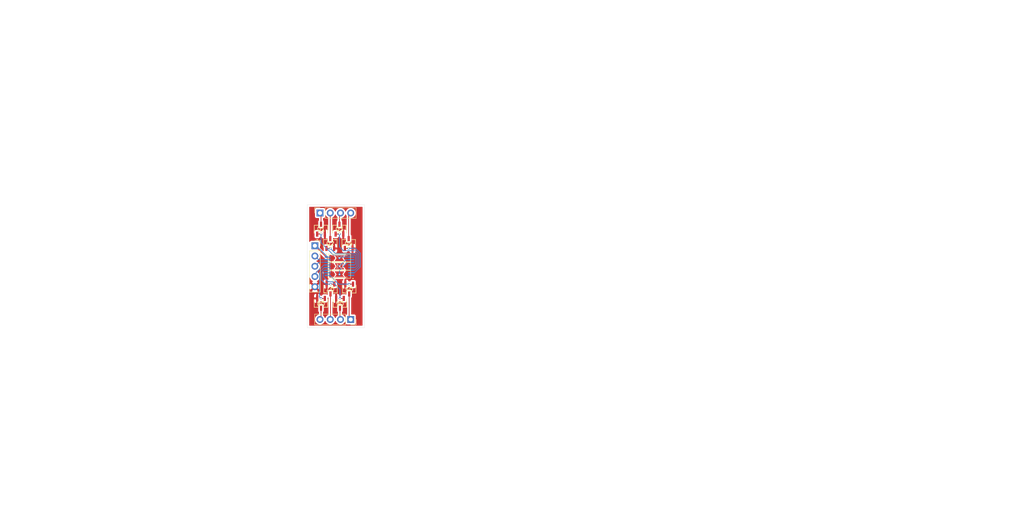
<source format=kicad_pcb>
(kicad_pcb (version 20241229) (generator "pcbnew") (generator_version "9.0")
  (layers (0 "F.Cu" signal) (2 "B.Cu" signal) (13 "F.Paste" user) (15 "B.Paste" user) (5 "F.SilkS" user "F.Silkscreen") (7 "B.SilkS" user "B.Silkscreen") (1 "F.Mask" user) (3 "B.Mask" user) (25 "Edge.Cuts" user))
  (net 0 "")
  (net 1 "/I2C_SCL")
  (net 2 "/I2C_SDA")
  (net 3 "GND")
  (net 4 "/INT")
  (net 5 "VCC")
  (net 6 "Net-(J3-Pin_2)")
  (net 7 "Net-(JP1-C)")
  (net 8 "Net-(JP2-C)")
  (net 9 "Net-(JP3-C)")
  (net 10 "Net-(J3-Pin_3)")
  (net 11 "Net-(J3-Pin_1)")
  (net 12 "Net-(J3-Pin_4)")
  (net 13 "Net-(J4-Pin_1)")
  (net 14 "Net-(J4-Pin_4)")
  (net 15 "Net-(J4-Pin_2)")
  (net 16 "Net-(J4-Pin_3)")
  (net 17 "Net-(Q1-G)")
  (net 18 "Net-(Q2-G)")
  (net 19 "Net-(Q3-G)")
  (net 20 "Net-(Q4-G)")
  (net 21 "Net-(Q5-G)")
  (net 22 "Net-(Q6-G)")
  (net 23 "Net-(Q7-G)")
  (net 24 "Net-(Q8-G)")
  (footprint "Connector_PinSocket_2.54mm:PinSocket_1x04_P2.54mm_Vertical" (layer "F.Cu") (at 112.395 104.648 -90)
    (property "Reference" "J4" (hide yes))
    (property "Value" "Conn_01x04" (hide yes))
    (fp_line (start -1.33 8.95) (end 1.33 8.95) (stroke (width 0.12)) (layer "F.SilkS"))
    (fp_line (start -1.33 1.27) (end -1.33 8.95) (stroke (width 0.12)) (layer "F.SilkS"))
    (fp_line (start -1.33 1.27) (end 1.33 1.27) (stroke (width 0.12)) (layer "F.SilkS"))
    (fp_line (start 1.33 1.27) (end 1.33 8.95) (stroke (width 0.12)) (layer "F.SilkS"))
    (fp_line (start 0 -1.33) (end 1.33 -1.33) (stroke (width 0.12)) (layer "F.SilkS"))
    (fp_line (start 1.33 -1.33) (end 1.33 0) (stroke (width 0.12)) (layer "F.SilkS"))
    (pad "1" thru_hole rect (at 0 0 270) (size 1.7 1.7) (drill 1) (layers "*.Cu" "*.Mask") (net 13 "Net-(J4-Pin_1)"))
    (pad "2" thru_hole circle (at 0 2.54 270) (size 1.7 1.7) (drill 1) (layers "*.Cu" "*.Mask") (net 15 "Net-(J4-Pin_2)"))
    (pad "3" thru_hole circle (at 0 5.08 270) (size 1.7 1.7) (drill 1) (layers "*.Cu" "*.Mask") (net 16 "Net-(J4-Pin_3)"))
    (pad "4" thru_hole circle (at 0 7.62 270) (size 1.7 1.7) (drill 1) (layers "*.Cu" "*.Mask") (net 14 "Net-(J4-Pin_4)"))
  )
  (footprint "Jumper:SolderJumper-3_P2.0mm_Open_TrianglePad1.0x1.5mm" (layer "F.Cu") (at 109.601 93.472)
    (property "Reference" "A2" (hide yes))
    (property "Value" "SolderJumper_3_Open" (hide yes))
    (fp_line (start -2.75 -1) (end 2.75 -1) (stroke (width 0.12)) (layer "F.SilkS"))
    (fp_line (start -2.75 0.95) (end -2.75 -1) (stroke (width 0.12)) (layer "F.SilkS"))
    (fp_line (start -1.7 1.5) (end -1.1 1.5) (stroke (width 0.12)) (layer "F.SilkS"))
    (fp_line (start -1.4 1.2) (end -1.7 1.5) (stroke (width 0.12)) (layer "F.SilkS"))
    (fp_line (start -1.1 1.5) (end -1.4 1.2) (stroke (width 0.12)) (layer "F.SilkS"))
    (fp_line (start 2.75 -1) (end 2.75 0.95) (stroke (width 0.12)) (layer "F.SilkS"))
    (fp_line (start 2.75 0.95) (end -2.75 0.95) (stroke (width 0.12)) (layer "F.SilkS"))
    (pad "1" smd custom (at -2 0) (size 0.3 0.3) (layers "F.Cu" "F.Mask") (net 5 "VCC") (options (clearance outline) (anchor rect)) (primitives (gr_poly (pts (xy 1 0) (xy 0.5 0.75) (xy -0.5 0.75) (xy -0.5 -0.75) (xy 0.5 -0.75)) (width 0) (fill yes))))
    (pad "2" smd custom (at 0 0) (size 0.3 0.3) (layers "F.Cu") (net 9 "Net-(JP3-C)") (options (clearance outline) (anchor rect)) (primitives (gr_poly (pts (xy 0.7 0) (xy 1.2 0.75) (xy -1.2 0.75) (xy -0.7 0) (xy -1.2 -0.75) (xy 1.2 -0.75)) (width 0) (fill yes))))
    (pad "3" smd custom (at 2 0 180) (size 0.3 0.3) (layers "F.Cu" "F.Mask") (net 3 "GND") (options (clearance outline) (anchor rect)) (primitives (gr_poly (pts (xy 1 0) (xy 0.5 0.75) (xy -0.5 0.75) (xy -0.5 -0.75) (xy 0.5 -0.75)) (width 0) (fill yes))))
  )
  (footprint "Connector_PinSocket_2.54mm:PinSocket_1x04_P2.54mm_Vertical" (layer "F.Cu") (at 104.775 78.232 90)
    (property "Reference" "J3" (hide yes))
    (property "Value" "Conn_01x04" (hide yes))
    (fp_line (start 1.33 -1.33) (end 1.33 0) (stroke (width 0.12)) (layer "F.SilkS"))
    (fp_line (start 0 -1.33) (end 1.33 -1.33) (stroke (width 0.12)) (layer "F.SilkS"))
    (fp_line (start 1.33 1.27) (end 1.33 8.95) (stroke (width 0.12)) (layer "F.SilkS"))
    (fp_line (start -1.33 1.27) (end 1.33 1.27) (stroke (width 0.12)) (layer "F.SilkS"))
    (fp_line (start -1.33 1.27) (end -1.33 8.95) (stroke (width 0.12)) (layer "F.SilkS"))
    (fp_line (start -1.33 8.95) (end 1.33 8.95) (stroke (width 0.12)) (layer "F.SilkS"))
    (pad "1" thru_hole rect (at 0 0 90) (size 1.7 1.7) (drill 1) (layers "*.Cu" "*.Mask") (net 11 "Net-(J3-Pin_1)"))
    (pad "2" thru_hole circle (at 0 2.54 90) (size 1.7 1.7) (drill 1) (layers "*.Cu" "*.Mask") (net 6 "Net-(J3-Pin_2)"))
    (pad "3" thru_hole circle (at 0 5.08 90) (size 1.7 1.7) (drill 1) (layers "*.Cu" "*.Mask") (net 10 "Net-(J3-Pin_3)"))
    (pad "4" thru_hole circle (at 0 7.62 90) (size 1.7 1.7) (drill 1) (layers "*.Cu" "*.Mask") (net 12 "Net-(J3-Pin_4)"))
  )
  (footprint "footprints:SC59_DIO" (layer "F.Cu") (at 109.601 82.2452)
    (property "Reference" "Q3" (at 0 0 0) (layer "F.SilkS"))
    (property "Value" "NMOS" (hide yes))
    (fp_line (start -1.6764 -0.9779) (end -1.6764 0.9779) (stroke (width 0.1524)) (layer "F.SilkS"))
    (fp_line (start -0.61214 -0.9779) (end -1.6764 -0.9779) (stroke (width 0.1524)) (layer "F.SilkS"))
    (fp_line (start -0.337861 0.9779) (end 0.337861 0.9779) (stroke (width 0.1524)) (layer "F.SilkS"))
    (fp_line (start 1.6764 -0.9779) (end 0.61214 -0.9779) (stroke (width 0.1524)) (layer "F.SilkS"))
    (fp_line (start 1.6764 0.9779) (end 1.6764 -0.9779) (stroke (width 0.1524)) (layer "F.SilkS"))
    (fp_circle (center -0.95 2.6162) (end -0.8738 2.6162) (stroke (width 0.1524)) (fill no) (layer "F.SilkS"))
    (pad "1" smd rect (at 0 -1.2192) (size 0.5588 1.27) (layers "F.Cu" "F.Mask" "F.Paste") (net 10 "Net-(J3-Pin_3)"))
    (pad "2" smd rect (at -0.950001 1.2192) (size 0.5588 1.27) (layers "F.Cu" "F.Mask" "F.Paste") (net 19 "Net-(Q3-G)"))
    (pad "3" smd rect (at 0.950001 1.2192) (size 0.5588 1.27) (layers "F.Cu" "F.Mask" "F.Paste") (net 3 "GND"))
  )
  (footprint "footprints:SC59_DIO" (layer "F.Cu") (at 111.8936 85.8012)
    (property "Reference" "Q4" (at 0 0 0) (layer "F.SilkS"))
    (property "Value" "NMOS" (hide yes))
    (fp_line (start -1.6764 -0.9779) (end -1.6764 0.9779) (stroke (width 0.1524)) (layer "F.SilkS"))
    (fp_line (start -0.61214 -0.9779) (end -1.6764 -0.9779) (stroke (width 0.1524)) (layer "F.SilkS"))
    (fp_line (start -0.337861 0.9779) (end 0.337861 0.9779) (stroke (width 0.1524)) (layer "F.SilkS"))
    (fp_line (start 1.6764 -0.9779) (end 0.61214 -0.9779) (stroke (width 0.1524)) (layer "F.SilkS"))
    (fp_line (start 1.6764 0.9779) (end 1.6764 -0.9779) (stroke (width 0.1524)) (layer "F.SilkS"))
    (fp_circle (center -0.95 2.6162) (end -0.8738 2.6162) (stroke (width 0.1524)) (fill no) (layer "F.SilkS"))
    (pad "1" smd rect (at 0 -1.2192) (size 0.5588 1.27) (layers "F.Cu" "F.Mask" "F.Paste") (net 12 "Net-(J3-Pin_4)"))
    (pad "2" smd rect (at -0.950001 1.2192) (size 0.5588 1.27) (layers "F.Cu" "F.Mask" "F.Paste") (net 20 "Net-(Q4-G)"))
    (pad "3" smd rect (at 0.950001 1.2192) (size 0.5588 1.27) (layers "F.Cu" "F.Mask" "F.Paste") (net 3 "GND"))
  )
  (footprint "footprints:SC59_DIO" (layer "F.Cu") (at 105.029 100.6348 180)
    (property "Reference" "Q8" (at 0 0 180) (layer "F.SilkS"))
    (property "Value" "NMOS" (hide yes))
    (fp_line (start 1.6764 0.9779) (end 1.6764 -0.9779) (stroke (width 0.1524)) (layer "F.SilkS"))
    (fp_line (start 1.6764 -0.9779) (end 0.61214 -0.9779) (stroke (width 0.1524)) (layer "F.SilkS"))
    (fp_line (start -0.337861 0.9779) (end 0.337861 0.9779) (stroke (width 0.1524)) (layer "F.SilkS"))
    (fp_line (start -0.61214 -0.9779) (end -1.6764 -0.9779) (stroke (width 0.1524)) (layer "F.SilkS"))
    (fp_line (start -1.6764 -0.9779) (end -1.6764 0.9779) (stroke (width 0.1524)) (layer "F.SilkS"))
    (fp_circle (center -0.95 2.6162) (end -0.8738 2.6162) (stroke (width 0.1524)) (fill no) (layer "F.SilkS"))
    (pad "1" smd rect (at 0 -1.2192 180) (size 0.5588 1.27) (layers "F.Cu" "F.Mask" "F.Paste") (net 14 "Net-(J4-Pin_4)"))
    (pad "2" smd rect (at -0.950001 1.2192 180) (size 0.5588 1.27) (layers "F.Cu" "F.Mask" "F.Paste") (net 24 "Net-(Q8-G)"))
    (pad "3" smd rect (at 0.950001 1.2192 180) (size 0.5588 1.27) (layers "F.Cu" "F.Mask" "F.Paste") (net 3 "GND"))
  )
  (footprint "footprints:SC59_DIO" (layer "F.Cu") (at 105.029 82.2452)
    (property "Reference" "Q1" (at 0 0 0) (layer "F.SilkS"))
    (property "Value" "NMOS" (hide yes))
    (fp_line (start -1.6764 -0.9779) (end -1.6764 0.9779) (stroke (width 0.1524)) (layer "F.SilkS"))
    (fp_line (start -0.61214 -0.9779) (end -1.6764 -0.9779) (stroke (width 0.1524)) (layer "F.SilkS"))
    (fp_line (start -0.337861 0.9779) (end 0.337861 0.9779) (stroke (width 0.1524)) (layer "F.SilkS"))
    (fp_line (start 1.6764 -0.9779) (end 0.61214 -0.9779) (stroke (width 0.1524)) (layer "F.SilkS"))
    (fp_line (start 1.6764 0.9779) (end 1.6764 -0.9779) (stroke (width 0.1524)) (layer "F.SilkS"))
    (fp_circle (center -0.95 2.6162) (end -0.8738 2.6162) (stroke (width 0.1524)) (fill no) (layer "F.SilkS"))
    (pad "1" smd rect (at 0 -1.2192) (size 0.5588 1.27) (layers "F.Cu" "F.Mask" "F.Paste") (net 11 "Net-(J3-Pin_1)"))
    (pad "2" smd rect (at -0.950001 1.2192) (size 0.5588 1.27) (layers "F.Cu" "F.Mask" "F.Paste") (net 17 "Net-(Q1-G)"))
    (pad "3" smd rect (at 0.950001 1.2192) (size 0.5588 1.27) (layers "F.Cu" "F.Mask" "F.Paste") (net 3 "GND"))
  )
  (footprint "footprints:SC59_DIO" (layer "F.Cu") (at 107.3752 97.0788 180)
    (property "Reference" "Q7" (at 0 0 180) (layer "F.SilkS"))
    (property "Value" "NMOS" (hide yes))
    (fp_line (start 1.6764 0.9779) (end 1.6764 -0.9779) (stroke (width 0.1524)) (layer "F.SilkS"))
    (fp_line (start 1.6764 -0.9779) (end 0.61214 -0.9779) (stroke (width 0.1524)) (layer "F.SilkS"))
    (fp_line (start -0.337861 0.9779) (end 0.337861 0.9779) (stroke (width 0.1524)) (layer "F.SilkS"))
    (fp_line (start -0.61214 -0.9779) (end -1.6764 -0.9779) (stroke (width 0.1524)) (layer "F.SilkS"))
    (fp_line (start -1.6764 -0.9779) (end -1.6764 0.9779) (stroke (width 0.1524)) (layer "F.SilkS"))
    (fp_circle (center -0.95 2.6162) (end -0.8738 2.6162) (stroke (width 0.1524)) (fill no) (layer "F.SilkS"))
    (pad "1" smd rect (at 0 -1.2192 180) (size 0.5588 1.27) (layers "F.Cu" "F.Mask" "F.Paste") (net 16 "Net-(J4-Pin_3)"))
    (pad "2" smd rect (at -0.950001 1.2192 180) (size 0.5588 1.27) (layers "F.Cu" "F.Mask" "F.Paste") (net 23 "Net-(Q7-G)"))
    (pad "3" smd rect (at 0.950001 1.2192 180) (size 0.5588 1.27) (layers "F.Cu" "F.Mask" "F.Paste") (net 3 "GND"))
  )
  (footprint "footprints:SC59_DIO" (layer "F.Cu") (at 109.728 100.6348 180)
    (property "Reference" "Q6" (at 0 0 180) (layer "F.SilkS"))
    (property "Value" "NMOS" (hide yes))
    (fp_line (start 1.6764 0.9779) (end 1.6764 -0.9779) (stroke (width 0.1524)) (layer "F.SilkS"))
    (fp_line (start 1.6764 -0.9779) (end 0.61214 -0.9779) (stroke (width 0.1524)) (layer "F.SilkS"))
    (fp_line (start -0.337861 0.9779) (end 0.337861 0.9779) (stroke (width 0.1524)) (layer "F.SilkS"))
    (fp_line (start -0.61214 -0.9779) (end -1.6764 -0.9779) (stroke (width 0.1524)) (layer "F.SilkS"))
    (fp_line (start -1.6764 -0.9779) (end -1.6764 0.9779) (stroke (width 0.1524)) (layer "F.SilkS"))
    (fp_circle (center -0.95 2.6162) (end -0.8738 2.6162) (stroke (width 0.1524)) (fill no) (layer "F.SilkS"))
    (pad "1" smd rect (at 0 -1.2192 180) (size 0.5588 1.27) (layers "F.Cu" "F.Mask" "F.Paste") (net 15 "Net-(J4-Pin_2)"))
    (pad "2" smd rect (at -0.950001 1.2192 180) (size 0.5588 1.27) (layers "F.Cu" "F.Mask" "F.Paste") (net 22 "Net-(Q6-G)"))
    (pad "3" smd rect (at 0.950001 1.2192 180) (size 0.5588 1.27) (layers "F.Cu" "F.Mask" "F.Paste") (net 3 "GND"))
  )
  (footprint "Connector_PinSocket_2.54mm:PinSocket_1x05_P2.54mm_Vertical" (layer "F.Cu") (at 103.505 86.36)
    (property "Reference" "J1" (hide yes))
    (property "Value" "Conn_01x05" (hide yes))
    (fp_line (start -1.33 1.27) (end -1.33 11.49) (stroke (width 0.12)) (layer "F.SilkS"))
    (fp_line (start -1.33 1.27) (end 1.33 1.27) (stroke (width 0.12)) (layer "F.SilkS"))
    (fp_line (start -1.33 11.49) (end 1.33 11.49) (stroke (width 0.12)) (layer "F.SilkS"))
    (fp_line (start 0 -1.33) (end 1.33 -1.33) (stroke (width 0.12)) (layer "F.SilkS"))
    (fp_line (start 1.33 -1.33) (end 1.33 0) (stroke (width 0.12)) (layer "F.SilkS"))
    (fp_line (start 1.33 1.27) (end 1.33 11.49) (stroke (width 0.12)) (layer "F.SilkS"))
    (pad "1" thru_hole rect (at 0 0) (size 1.7 1.7) (drill 1) (layers "*.Cu" "*.Mask") (net 5 "VCC"))
    (pad "2" thru_hole circle (at 0 2.54) (size 1.7 1.7) (drill 1) (layers "*.Cu" "*.Mask") (net 2 "/I2C_SDA"))
    (pad "3" thru_hole circle (at 0 5.08) (size 1.7 1.7) (drill 1) (layers "*.Cu" "*.Mask") (net 1 "/I2C_SCL"))
    (pad "4" thru_hole circle (at 0 7.62) (size 1.7 1.7) (drill 1) (layers "*.Cu" "*.Mask") (net 4 "/INT"))
    (pad "5" thru_hole circle (at 0 10.16) (size 1.7 1.7) (drill 1) (layers "*.Cu" "*.Mask") (net 3 "GND"))
  )
  (footprint "Jumper:SolderJumper-3_P2.0mm_Open_TrianglePad1.0x1.5mm" (layer "F.Cu") (at 109.601 91.44)
    (property "Reference" "A1" (hide yes))
    (property "Value" "SolderJumper_3_Open" (hide yes))
    (fp_line (start -2.75 -1) (end 2.75 -1) (stroke (width 0.12)) (layer "F.SilkS"))
    (fp_line (start -2.75 0.95) (end -2.75 -1) (stroke (width 0.12)) (layer "F.SilkS"))
    (fp_line (start 2.75 -1) (end 2.75 0.95) (stroke (width 0.12)) (layer "F.SilkS"))
    (fp_line (start 2.75 0.95) (end -2.75 0.95) (stroke (width 0.12)) (layer "F.SilkS"))
    (pad "1" smd custom (at -2 0) (size 0.3 0.3) (layers "F.Cu" "F.Mask") (net 5 "VCC") (options (clearance outline) (anchor rect)) (primitives (gr_poly (pts (xy 1 0) (xy 0.5 0.75) (xy -0.5 0.75) (xy -0.5 -0.75) (xy 0.5 -0.75)) (width 0) (fill yes))))
    (pad "2" smd custom (at 0 0) (size 0.3 0.3) (layers "F.Cu") (net 8 "Net-(JP2-C)") (options (clearance outline) (anchor rect)) (primitives (gr_poly (pts (xy 0.7 0) (xy 1.2 0.75) (xy -1.2 0.75) (xy -0.7 0) (xy -1.2 -0.75) (xy 1.2 -0.75)) (width 0) (fill yes))))
    (pad "3" smd custom (at 2 0 180) (size 0.3 0.3) (layers "F.Cu" "F.Mask") (net 3 "GND") (options (clearance outline) (anchor rect)) (primitives (gr_poly (pts (xy 1 0) (xy 0.5 0.75) (xy -0.5 0.75) (xy -0.5 -0.75) (xy 0.5 -0.75)) (width 0) (fill yes))))
  )
  (footprint "Jumper:SolderJumper-3_P2.0mm_Open_TrianglePad1.0x1.5mm" (layer "F.Cu") (at 109.601 89.408)
    (property "Reference" "A0" (hide yes))
    (property "Value" "SolderJumper_3_Open" (hide yes))
    (fp_line (start -2.75 -1) (end 2.75 -1) (stroke (width 0.12)) (layer "F.SilkS"))
    (fp_line (start -2.75 0.95) (end -2.75 -1) (stroke (width 0.12)) (layer "F.SilkS"))
    (fp_line (start 2.75 -1) (end 2.75 0.95) (stroke (width 0.12)) (layer "F.SilkS"))
    (fp_line (start 2.75 0.95) (end -2.75 0.95) (stroke (width 0.12)) (layer "F.SilkS"))
    (pad "1" smd custom (at -2 0) (size 0.3 0.3) (layers "F.Cu" "F.Mask") (net 5 "VCC") (options (clearance outline) (anchor rect)) (primitives (gr_poly (pts (xy 1 0) (xy 0.5 0.75) (xy -0.5 0.75) (xy -0.5 -0.75) (xy 0.5 -0.75)) (width 0) (fill yes))))
    (pad "2" smd custom (at 0 0) (size 0.3 0.3) (layers "F.Cu") (net 7 "Net-(JP1-C)") (options (clearance outline) (anchor rect)) (primitives (gr_poly (pts (xy 0.7 0) (xy 1.2 0.75) (xy -1.2 0.75) (xy -0.7 0) (xy -1.2 -0.75) (xy 1.2 -0.75)) (width 0) (fill yes))))
    (pad "3" smd custom (at 2 0 180) (size 0.3 0.3) (layers "F.Cu" "F.Mask") (net 3 "GND") (options (clearance outline) (anchor rect)) (primitives (gr_poly (pts (xy 1 0) (xy 0.5 0.75) (xy -0.5 0.75) (xy -0.5 -0.75) (xy 0.5 -0.75)) (width 0) (fill yes))))
  )
  (footprint "footprints:SC59_DIO" (layer "F.Cu") (at 107.3216 85.8012)
    (property "Reference" "Q2" (at 0 0 0) (layer "F.SilkS"))
    (property "Value" "NMOS" (hide yes))
    (fp_line (start -1.6764 -0.9779) (end -1.6764 0.9779) (stroke (width 0.1524)) (layer "F.SilkS"))
    (fp_line (start -0.61214 -0.9779) (end -1.6764 -0.9779) (stroke (width 0.1524)) (layer "F.SilkS"))
    (fp_line (start -0.337861 0.9779) (end 0.337861 0.9779) (stroke (width 0.1524)) (layer "F.SilkS"))
    (fp_line (start 1.6764 -0.9779) (end 0.61214 -0.9779) (stroke (width 0.1524)) (layer "F.SilkS"))
    (fp_line (start 1.6764 0.9779) (end 1.6764 -0.9779) (stroke (width 0.1524)) (layer "F.SilkS"))
    (fp_circle (center -0.95 2.6162) (end -0.8738 2.6162) (stroke (width 0.1524)) (fill no) (layer "F.SilkS"))
    (pad "1" smd rect (at 0 -1.2192) (size 0.5588 1.27) (layers "F.Cu" "F.Mask" "F.Paste") (net 6 "Net-(J3-Pin_2)"))
    (pad "2" smd rect (at -0.950001 1.2192) (size 0.5588 1.27) (layers "F.Cu" "F.Mask" "F.Paste") (net 18 "Net-(Q2-G)"))
    (pad "3" smd rect (at 0.950001 1.2192) (size 0.5588 1.27) (layers "F.Cu" "F.Mask" "F.Paste") (net 3 "GND"))
  )
  (footprint "footprints:SC59_DIO" (layer "F.Cu") (at 112.014 97.099101 180)
    (property "Reference" "Q5" (at 0 0 180) (layer "F.SilkS"))
    (property "Value" "NMOS" (hide yes))
    (fp_line (start 1.6764 0.9779) (end 1.6764 -0.9779) (stroke (width 0.1524)) (layer "F.SilkS"))
    (fp_line (start 1.6764 -0.9779) (end 0.61214 -0.9779) (stroke (width 0.1524)) (layer "F.SilkS"))
    (fp_line (start -0.337861 0.9779) (end 0.337861 0.9779) (stroke (width 0.1524)) (layer "F.SilkS"))
    (fp_line (start -0.61214 -0.9779) (end -1.6764 -0.9779) (stroke (width 0.1524)) (layer "F.SilkS"))
    (fp_line (start -1.6764 -0.9779) (end -1.6764 0.9779) (stroke (width 0.1524)) (layer "F.SilkS"))
    (fp_circle (center -0.95 2.6162) (end -0.8738 2.6162) (stroke (width 0.1524)) (fill no) (layer "F.SilkS"))
    (pad "1" smd rect (at 0 -1.2192 180) (size 0.5588 1.27) (layers "F.Cu" "F.Mask" "F.Paste") (net 13 "Net-(J4-Pin_1)"))
    (pad "2" smd rect (at -0.950001 1.2192 180) (size 0.5588 1.27) (layers "F.Cu" "F.Mask" "F.Paste") (net 21 "Net-(Q5-G)"))
    (pad "3" smd rect (at 0.950001 1.2192 180) (size 0.5588 1.27) (layers "F.Cu" "F.Mask" "F.Paste") (net 3 "GND"))
  )
  (footprint "footprints:PW16_TEX" (layer "B.Cu") (at 109.601 91.44 180)
    (property "Reference" "U1" (at 0 0 0) (layer "B.SilkS") (effects (justify mirror)))
    (property "Value" "TCA9554DWT" (hide yes))
    (fp_line (start 1.941024 2.6797) (end -1.941024 2.6797) (stroke (width 0.1524)) (layer "B.SilkS"))
    (fp_line (start -1.941024 -2.6797) (end 1.941024 -2.6797) (stroke (width 0.1524)) (layer "B.SilkS"))
    (fp_arc (start -0.5 2.6797) (mid 0 2.1797) (end 0.5 2.6797) (stroke (width 0.1)) (layer "B.SilkS"))
    (fp_poly (pts (xy 4.1656 -1.434501) (xy 4.1656 -1.815501) (xy 3.9116 -1.815501) (xy 3.9116 -1.434501)) (fill yes) (layer "B.SilkS"))
    (pad "1" smd rect (at -2.921 2.274999 180) (size 1.4732 0.3556) (layers "B.Cu" "B.Mask" "B.Paste") (net 7 "Net-(JP1-C)"))
    (pad "2" smd rect (at -2.921 1.625001 180) (size 1.4732 0.3556) (layers "B.Cu" "B.Mask" "B.Paste") (net 8 "Net-(JP2-C)"))
    (pad "3" smd rect (at -2.921 0.974999 180) (size 1.4732 0.3556) (layers "B.Cu" "B.Mask" "B.Paste") (net 9 "Net-(JP3-C)"))
    (pad "4" smd rect (at -2.921 0.325001 180) (size 1.4732 0.3556) (layers "B.Cu" "B.Mask" "B.Paste") (net 17 "Net-(Q1-G)"))
    (pad "5" smd rect (at -2.921 -0.324998 180) (size 1.4732 0.3556) (layers "B.Cu" "B.Mask" "B.Paste") (net 18 "Net-(Q2-G)"))
    (pad "6" smd rect (at -2.921 -0.974999 180) (size 1.4732 0.3556) (layers "B.Cu" "B.Mask" "B.Paste") (net 19 "Net-(Q3-G)"))
    (pad "7" smd rect (at -2.921 -1.624998 180) (size 1.4732 0.3556) (layers "B.Cu" "B.Mask" "B.Paste") (net 20 "Net-(Q4-G)"))
    (pad "8" smd rect (at -2.921 -2.274999 180) (size 1.4732 0.3556) (layers "B.Cu" "B.Mask" "B.Paste") (net 3 "GND"))
    (pad "9" smd rect (at 2.921 -2.274999 180) (size 1.4732 0.3556) (layers "B.Cu" "B.Mask" "B.Paste") (net 21 "Net-(Q5-G)"))
    (pad "10" smd rect (at 2.921 -1.625001 180) (size 1.4732 0.3556) (layers "B.Cu" "B.Mask" "B.Paste") (net 22 "Net-(Q6-G)"))
    (pad "11" smd rect (at 2.921 -0.974999 180) (size 1.4732 0.3556) (layers "B.Cu" "B.Mask" "B.Paste") (net 23 "Net-(Q7-G)"))
    (pad "12" smd rect (at 2.921 -0.325001 180) (size 1.4732 0.3556) (layers "B.Cu" "B.Mask" "B.Paste") (net 24 "Net-(Q8-G)"))
    (pad "13" smd rect (at 2.921 0.324998 180) (size 1.4732 0.3556) (layers "B.Cu" "B.Mask" "B.Paste") (net 4 "/INT"))
    (pad "14" smd rect (at 2.921 0.974999 180) (size 1.4732 0.3556) (layers "B.Cu" "B.Mask" "B.Paste") (net 1 "/I2C_SCL"))
    (pad "15" smd rect (at 2.921 1.624998 180) (size 1.4732 0.3556) (layers "B.Cu" "B.Mask" "B.Paste") (net 2 "/I2C_SDA"))
    (pad "16" smd rect (at 2.921 2.274999 180) (size 1.4732 0.3556) (layers "B.Cu" "B.Mask" "B.Paste") (net 5 "VCC"))
  )
  (gr_rect (start 101.6 76.2) (end 115.824 106.68) (stroke (width 0.05)) (fill no) (layer "Edge.Cuts"))
  (segment (start 103.505 91.44) (end 104.479999 90.465001) (width 0.2) (layer "B.Cu") (net 1))
  (segment (start 104.479999 90.465001) (end 106.68 90.465001) (width 0.2) (layer "B.Cu") (net 1))
  (segment (start 103.505 88.9) (end 104.420002 89.815002) (width 0.2) (layer "B.Cu") (net 2))
  (segment (start 104.420002 89.815002) (end 106.68 89.815002) (width 0.2) (layer "B.Cu") (net 2))
  (segment (start 103.505 93.353402) (end 105.7434 91.115002) (width 0.2) (layer "B.Cu") (net 4))
  (segment (start 105.7434 91.115002) (end 106.68 91.115002) (width 0.2) (layer "B.Cu") (net 4))
  (segment (start 103.505 93.98) (end 103.505 93.353402) (width 0.2) (layer "B.Cu") (net 4))
  (segment (start 107.601 89.408) (end 107.601 93.472) (width 0.2) (layer "F.Cu") (net 5))
  (segment (start 106.553 89.408) (end 103.505 86.36) (width 0.2) (layer "F.Cu") (net 5))
  (segment (start 107.601 89.408) (end 106.553 89.408) (width 0.2) (layer "F.Cu") (net 5))
  (segment (start 103.874999 86.36) (end 106.68 89.165001) (width 0.2) (layer "B.Cu") (net 5))
  (segment (start 103.505 86.36) (end 103.874999 86.36) (width 0.2) (layer "B.Cu") (net 5))
  (segment (start 107.315 84.5754) (end 107.3216 84.582) (width 0.2) (layer "F.Cu") (net 6))
  (segment (start 107.315 78.232) (end 107.315 84.5754) (width 0.2) (layer "F.Cu") (net 6))
  (via (at 109.601 89.408) (size 0.6) (drill 0.3) (layers "F.Cu" "B.Cu") (net 7))
  (segment (start 109.843999 89.165001) (end 112.522 89.165001) (width 0.2) (layer "B.Cu") (net 7))
  (segment (start 109.601 89.408) (end 109.843999 89.165001) (width 0.2) (layer "B.Cu") (net 7))
  (via (at 109.601 91.44) (size 0.6) (drill 0.3) (layers "F.Cu" "B.Cu") (net 8))
  (segment (start 109.601 91.44) (end 111.226001 89.814999) (width 0.2) (layer "B.Cu") (net 8))
  (segment (start 111.226001 89.814999) (end 112.522 89.814999) (width 0.2) (layer "B.Cu") (net 8))
  (via (at 109.601 93.472) (size 0.6) (drill 0.3) (layers "F.Cu" "B.Cu") (net 9))
  (segment (start 111.5854 90.465001) (end 112.522 90.465001) (width 0.2) (layer "B.Cu") (net 9))
  (segment (start 109.601 92.449401) (end 111.5854 90.465001) (width 0.2) (layer "B.Cu") (net 9))
  (segment (start 109.601 93.472) (end 109.601 92.449401) (width 0.2) (layer "B.Cu") (net 9))
  (segment (start 109.601 78.486) (end 109.601 81.026) (width 0.2) (layer "F.Cu") (net 10))
  (segment (start 109.855 78.232) (end 109.601 78.486) (width 0.2) (layer "F.Cu") (net 10))
  (segment (start 105.029 78.486) (end 104.775 78.232) (width 0.2) (layer "F.Cu") (net 11))
  (segment (start 105.029 81.026) (end 105.029 78.486) (width 0.2) (layer "F.Cu") (net 11))
  (segment (start 111.887 84.5754) (end 111.8936 84.582) (width 0.2) (layer "F.Cu") (net 12))
  (segment (start 111.887 78.74) (end 111.887 84.5754) (width 0.2) (layer "F.Cu") (net 12))
  (segment (start 112.395 78.232) (end 111.887 78.74) (width 0.2) (layer "F.Cu") (net 12))
  (segment (start 112.014 104.267) (end 112.014 98.318301) (width 0.2) (layer "F.Cu") (net 13))
  (segment (start 112.395 104.648) (end 112.014 104.267) (width 0.2) (layer "F.Cu") (net 13))
  (segment (start 105.029 104.394) (end 105.029 101.854) (width 0.2) (layer "F.Cu") (net 14))
  (segment (start 104.775 104.648) (end 105.029 104.394) (width 0.2) (layer "F.Cu") (net 14))
  (segment (start 109.855 104.648) (end 109.728 104.521) (width 0.2) (layer "F.Cu") (net 15))
  (segment (start 109.728 104.521) (end 109.728 101.854) (width 0.2) (layer "F.Cu") (net 15))
  (segment (start 107.3752 104.5878) (end 107.3752 98.298) (width 0.2) (layer "F.Cu") (net 16))
  (segment (start 107.315 104.648) (end 107.3752 104.5878) (width 0.2) (layer "F.Cu") (net 16))
  (segment (start 105.029 83.439) (end 104.104399 83.439) (width 0.2) (layer "F.Cu") (net 17))
  (segment (start 104.104399 83.439) (end 104.078999 83.4644) (width 0.2) (layer "F.Cu") (net 17))
  (via (at 105.029 83.439) (size 0.6) (drill 0.3) (layers "F.Cu" "B.Cu") (net 17))
  (segment (start 113.388402 91.114999) (end 113.5596 90.943801) (width 0.2) (layer "B.Cu") (net 17))
  (segment (start 105.029 85.598) (end 105.029 83.439) (width 0.2) (layer "B.Cu") (net 17))
  (segment (start 108.117201 88.686201) (end 105.029 85.598) (width 0.2) (layer "B.Cu") (net 17))
  (segment (start 113.5596 90.943801) (end 113.5596 88.686201) (width 0.2) (layer "B.Cu") (net 17))
  (segment (start 112.522 91.114999) (end 113.388402 91.114999) (width 0.2) (layer "B.Cu") (net 17))
  (segment (start 113.5596 88.686201) (end 108.117201 88.686201) (width 0.2) (layer "B.Cu") (net 17))
  (segment (start 107.2896 87.0204) (end 107.315 86.995) (width 0.2) (layer "F.Cu") (net 18))
  (segment (start 106.371599 87.0204) (end 107.2896 87.0204) (width 0.2) (layer "F.Cu") (net 18))
  (via (at 107.315 86.995) (size 0.6) (drill 0.3) (layers "F.Cu" "B.Cu") (net 18))
  (segment (start 113.9606 88.520101) (end 113.7257 88.285201) (width 0.2) (layer "B.Cu") (net 18))
  (segment (start 108.605201 88.285201) (end 107.315 86.995) (width 0.2) (layer "B.Cu") (net 18))
  (segment (start 112.522 91.764998) (end 113.4586 91.764998) (width 0.2) (layer "B.Cu") (net 18))
  (segment (start 113.4586 91.764998) (end 113.9606 91.262998) (width 0.2) (layer "B.Cu") (net 18))
  (segment (start 113.7257 88.285201) (end 108.605201 88.285201) (width 0.2) (layer "B.Cu") (net 18))
  (segment (start 113.9606 91.262998) (end 113.9606 88.520101) (width 0.2) (layer "B.Cu") (net 18))
  (segment (start 109.601 83.439) (end 109.5756 83.4644) (width 0.2) (layer "F.Cu") (net 19))
  (segment (start 109.5756 83.4644) (end 108.650999 83.4644) (width 0.2) (layer "F.Cu") (net 19))
  (via (at 109.601 83.439) (size 0.6) (drill 0.3) (layers "F.Cu" "B.Cu") (net 19))
  (segment (start 114.3616 91.441798) (end 114.3616 88.354001) (width 0.2) (layer "B.Cu") (net 19))
  (segment (start 109.601 86.614) (end 109.601 83.439) (width 0.2) (layer "B.Cu") (net 19))
  (segment (start 114.3616 88.354001) (end 113.603599 87.596) (width 0.2) (layer "B.Cu") (net 19))
  (segment (start 110.583 87.596) (end 109.601 86.614) (width 0.2) (layer "B.Cu") (net 19))
  (segment (start 113.603599 87.596) (end 110.583 87.596) (width 0.2) (layer "B.Cu") (net 19))
  (segment (start 112.522 92.414999) (end 113.388399 92.414999) (width 0.2) (layer "B.Cu") (net 19))
  (segment (start 113.388399 92.414999) (end 114.3616 91.441798) (width 0.2) (layer "B.Cu") (net 19))
  (segment (start 111.8616 87.0204) (end 110.943599 87.0204) (width 0.2) (layer "F.Cu") (net 20))
  (segment (start 111.887 86.995) (end 111.8616 87.0204) (width 0.2) (layer "F.Cu") (net 20))
  (via (at 111.887 86.995) (size 0.6) (drill 0.3) (layers "F.Cu" "B.Cu") (net 20))
  (segment (start 113.3055 93.064998) (end 114.7626 91.607898) (width 0.2) (layer "B.Cu") (net 20))
  (segment (start 114.7626 88.187901) (end 113.569699 86.995) (width 0.2) (layer "B.Cu") (net 20))
  (segment (start 112.522 93.064998) (end 113.3055 93.064998) (width 0.2) (layer "B.Cu") (net 20))
  (segment (start 113.569699 86.995) (end 111.887 86.995) (width 0.2) (layer "B.Cu") (net 20))
  (segment (start 114.7626 91.607898) (end 114.7626 88.187901) (width 0.2) (layer "B.Cu") (net 20))
  (segment (start 112.019099 95.879901) (end 112.964001 95.879901) (width 0.2) (layer "F.Cu") (net 21))
  (segment (start 112.014 95.885) (end 112.019099 95.879901) (width 0.2) (layer "F.Cu") (net 21))
  (via (at 112.014 95.885) (size 0.6) (drill 0.3) (layers "F.Cu" "B.Cu") (net 21))
  (segment (start 107.2388 93.714999) (end 109.408801 95.885) (width 0.2) (layer "B.Cu") (net 21))
  (segment (start 106.68 93.714999) (end 107.2388 93.714999) (width 0.2) (layer "B.Cu") (net 21))
  (segment (start 109.408801 95.885) (end 112.014 95.885) (width 0.2) (layer "B.Cu") (net 21))
  (segment (start 110.652601 99.441) (end 110.678001 99.4156) (width 0.2) (layer "F.Cu") (net 22))
  (segment (start 109.728 99.441) (end 110.652601 99.441) (width 0.2) (layer "F.Cu") (net 22))
  (via (at 109.728 99.441) (size 0.6) (drill 0.3) (layers "F.Cu" "B.Cu") (net 22))
  (segment (start 105.7434 93.065001) (end 105.63005 93.178351) (width 0.2) (layer "B.Cu") (net 22))
  (segment (start 106.68 93.065001) (end 105.7434 93.065001) (width 0.2) (layer "B.Cu") (net 22))
  (segment (start 105.63005 93.178351) (end 105.63005 94.073052) (width 0.2) (layer "B.Cu") (net 22))
  (segment (start 106.840998 95.284) (end 107.857 95.284) (width 0.2) (layer "B.Cu") (net 22))
  (segment (start 105.63005 94.073052) (end 106.840998 95.284) (width 0.2) (layer "B.Cu") (net 22))
  (segment (start 109.728 97.155) (end 109.728 99.441) (width 0.2) (layer "B.Cu") (net 22))
  (segment (start 107.857 95.284) (end 109.728 97.155) (width 0.2) (layer "B.Cu") (net 22))
  (segment (start 107.442 95.885) (end 108.299801 95.885) (width 0.2) (layer "F.Cu") (net 23))
  (segment (start 108.299801 95.885) (end 108.325201 95.8596) (width 0.2) (layer "F.Cu") (net 23))
  (via (at 107.442 95.885) (size 0.6) (drill 0.3) (layers "F.Cu" "B.Cu") (net 23))
  (segment (start 105.156 93.072601) (end 105.156 94.869) (width 0.2) (layer "B.Cu") (net 23))
  (segment (start 105.156 94.869) (end 106.172 95.885) (width 0.2) (layer "B.Cu") (net 23))
  (segment (start 105.813602 92.414999) (end 105.156 93.072601) (width 0.2) (layer "B.Cu") (net 23))
  (segment (start 106.172 95.885) (end 107.442 95.885) (width 0.2) (layer "B.Cu") (net 23))
  (segment (start 106.68 92.414999) (end 105.813602 92.414999) (width 0.2) (layer "B.Cu") (net 23))
  (segment (start 105.029 99.441) (end 105.953601 99.441) (width 0.2) (layer "F.Cu") (net 24))
  (segment (start 105.953601 99.441) (end 105.979001 99.4156) (width 0.2) (layer "F.Cu") (net 24))
  (via (at 105.029 99.441) (size 0.6) (drill 0.3) (layers "F.Cu" "B.Cu") (net 24))
  (segment (start 105.813598 91.765001) (end 106.68 91.765001) (width 0.2) (layer "B.Cu") (net 24))
  (segment (start 104.656 93.50324) (end 104.648 93.49524) (width 0.2) (layer "B.Cu") (net 24))
  (segment (start 104.648 99.06) (end 104.648 97.00476) (width 0.2) (layer "B.Cu") (net 24))
  (segment (start 104.648 93.49524) (end 104.648 92.930599) (width 0.2) (layer "B.Cu") (net 24))
  (segment (start 104.648 96.03524) (end 104.648 94.46476) (width 0.2) (layer "B.Cu") (net 24))
  (segment (start 104.648 94.46476) (end 104.656 94.45676) (width 0.2) (layer "B.Cu") (net 24))
  (segment (start 104.656 96.04324) (end 104.648 96.03524) (width 0.2) (layer "B.Cu") (net 24))
  (segment (start 105.029 99.441) (end 104.648 99.06) (width 0.2) (layer "B.Cu") (net 24))
  (segment (start 104.656 94.45676) (end 104.656 93.50324) (width 0.2) (layer "B.Cu") (net 24))
  (segment (start 104.656 96.99676) (end 104.656 96.04324) (width 0.2) (layer "B.Cu") (net 24))
  (segment (start 104.648 92.930599) (end 105.813598 91.765001) (width 0.2) (layer "B.Cu") (net 24))
  (segment (start 104.648 97.00476) (end 104.656 96.99676) (width 0.2) (layer "B.Cu") (net 24))
  (zone (net 3) (net_name "GND") (layer "F.Cu") (connect_pads (clearance 0.4)) (min_thickness 0.2) (fill yes (thermal_gap 0.5) (thermal_bridge_width 0.5))
    (polygon (pts (xy 25.4 25.4) (xy 279.4 25.4) (xy 279.4 152.4) (xy 25.4 152.4)))
  )
)
</source>
